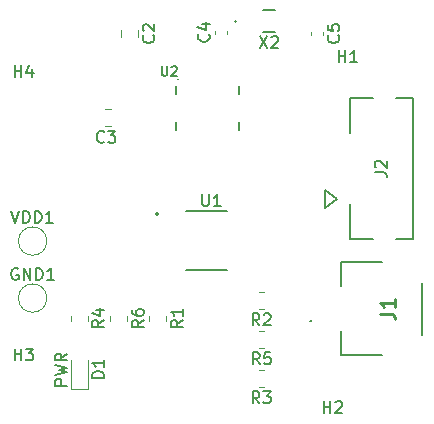
<source format=gto>
G04 #@! TF.GenerationSoftware,KiCad,Pcbnew,8.0.0*
G04 #@! TF.CreationDate,2024-03-04T18:11:22-06:00*
G04 #@! TF.ProjectId,InertialMeasurementUnitBoard,496e6572-7469-4616-9c4d-656173757265,rev?*
G04 #@! TF.SameCoordinates,Original*
G04 #@! TF.FileFunction,Legend,Top*
G04 #@! TF.FilePolarity,Positive*
%FSLAX46Y46*%
G04 Gerber Fmt 4.6, Leading zero omitted, Abs format (unit mm)*
G04 Created by KiCad (PCBNEW 8.0.0) date 2024-03-04 18:11:22*
%MOMM*%
%LPD*%
G01*
G04 APERTURE LIST*
%ADD10C,0.150000*%
%ADD11C,0.254000*%
%ADD12C,0.152400*%
%ADD13C,0.120000*%
%ADD14C,0.127000*%
%ADD15C,0.200000*%
%ADD16C,0.100000*%
G04 APERTURE END LIST*
D10*
X104009819Y-110915220D02*
X103009819Y-110915220D01*
X103009819Y-110915220D02*
X103009819Y-110534268D01*
X103009819Y-110534268D02*
X103057438Y-110439030D01*
X103057438Y-110439030D02*
X103105057Y-110391411D01*
X103105057Y-110391411D02*
X103200295Y-110343792D01*
X103200295Y-110343792D02*
X103343152Y-110343792D01*
X103343152Y-110343792D02*
X103438390Y-110391411D01*
X103438390Y-110391411D02*
X103486009Y-110439030D01*
X103486009Y-110439030D02*
X103533628Y-110534268D01*
X103533628Y-110534268D02*
X103533628Y-110915220D01*
X103009819Y-110010458D02*
X104009819Y-109772363D01*
X104009819Y-109772363D02*
X103295533Y-109581887D01*
X103295533Y-109581887D02*
X104009819Y-109391411D01*
X104009819Y-109391411D02*
X103009819Y-109153316D01*
X104009819Y-108200935D02*
X103533628Y-108534268D01*
X104009819Y-108772363D02*
X103009819Y-108772363D01*
X103009819Y-108772363D02*
X103009819Y-108391411D01*
X103009819Y-108391411D02*
X103057438Y-108296173D01*
X103057438Y-108296173D02*
X103105057Y-108248554D01*
X103105057Y-108248554D02*
X103200295Y-108200935D01*
X103200295Y-108200935D02*
X103343152Y-108200935D01*
X103343152Y-108200935D02*
X103438390Y-108248554D01*
X103438390Y-108248554D02*
X103486009Y-108296173D01*
X103486009Y-108296173D02*
X103533628Y-108391411D01*
X103533628Y-108391411D02*
X103533628Y-108772363D01*
X120305376Y-81311319D02*
X120972042Y-82311319D01*
X120972042Y-81311319D02*
X120305376Y-82311319D01*
X121305376Y-81406557D02*
X121352995Y-81358938D01*
X121352995Y-81358938D02*
X121448233Y-81311319D01*
X121448233Y-81311319D02*
X121686328Y-81311319D01*
X121686328Y-81311319D02*
X121781566Y-81358938D01*
X121781566Y-81358938D02*
X121829185Y-81406557D01*
X121829185Y-81406557D02*
X121876804Y-81501795D01*
X121876804Y-81501795D02*
X121876804Y-81597033D01*
X121876804Y-81597033D02*
X121829185Y-81739890D01*
X121829185Y-81739890D02*
X121257757Y-82311319D01*
X121257757Y-82311319D02*
X121876804Y-82311319D01*
X107134819Y-105375166D02*
X106658628Y-105708499D01*
X107134819Y-105946594D02*
X106134819Y-105946594D01*
X106134819Y-105946594D02*
X106134819Y-105565642D01*
X106134819Y-105565642D02*
X106182438Y-105470404D01*
X106182438Y-105470404D02*
X106230057Y-105422785D01*
X106230057Y-105422785D02*
X106325295Y-105375166D01*
X106325295Y-105375166D02*
X106468152Y-105375166D01*
X106468152Y-105375166D02*
X106563390Y-105422785D01*
X106563390Y-105422785D02*
X106611009Y-105470404D01*
X106611009Y-105470404D02*
X106658628Y-105565642D01*
X106658628Y-105565642D02*
X106658628Y-105946594D01*
X106468152Y-104518023D02*
X107134819Y-104518023D01*
X106087200Y-104756118D02*
X106801485Y-104994213D01*
X106801485Y-104994213D02*
X106801485Y-104375166D01*
X115443095Y-94704819D02*
X115443095Y-95514342D01*
X115443095Y-95514342D02*
X115490714Y-95609580D01*
X115490714Y-95609580D02*
X115538333Y-95657200D01*
X115538333Y-95657200D02*
X115633571Y-95704819D01*
X115633571Y-95704819D02*
X115824047Y-95704819D01*
X115824047Y-95704819D02*
X115919285Y-95657200D01*
X115919285Y-95657200D02*
X115966904Y-95609580D01*
X115966904Y-95609580D02*
X116014523Y-95514342D01*
X116014523Y-95514342D02*
X116014523Y-94704819D01*
X117014523Y-95704819D02*
X116443095Y-95704819D01*
X116728809Y-95704819D02*
X116728809Y-94704819D01*
X116728809Y-94704819D02*
X116633571Y-94847676D01*
X116633571Y-94847676D02*
X116538333Y-94942914D01*
X116538333Y-94942914D02*
X116443095Y-94990533D01*
X99853904Y-101009438D02*
X99758666Y-100961819D01*
X99758666Y-100961819D02*
X99615809Y-100961819D01*
X99615809Y-100961819D02*
X99472952Y-101009438D01*
X99472952Y-101009438D02*
X99377714Y-101104676D01*
X99377714Y-101104676D02*
X99330095Y-101199914D01*
X99330095Y-101199914D02*
X99282476Y-101390390D01*
X99282476Y-101390390D02*
X99282476Y-101533247D01*
X99282476Y-101533247D02*
X99330095Y-101723723D01*
X99330095Y-101723723D02*
X99377714Y-101818961D01*
X99377714Y-101818961D02*
X99472952Y-101914200D01*
X99472952Y-101914200D02*
X99615809Y-101961819D01*
X99615809Y-101961819D02*
X99711047Y-101961819D01*
X99711047Y-101961819D02*
X99853904Y-101914200D01*
X99853904Y-101914200D02*
X99901523Y-101866580D01*
X99901523Y-101866580D02*
X99901523Y-101533247D01*
X99901523Y-101533247D02*
X99711047Y-101533247D01*
X100330095Y-101961819D02*
X100330095Y-100961819D01*
X100330095Y-100961819D02*
X100901523Y-101961819D01*
X100901523Y-101961819D02*
X100901523Y-100961819D01*
X101377714Y-101961819D02*
X101377714Y-100961819D01*
X101377714Y-100961819D02*
X101615809Y-100961819D01*
X101615809Y-100961819D02*
X101758666Y-101009438D01*
X101758666Y-101009438D02*
X101853904Y-101104676D01*
X101853904Y-101104676D02*
X101901523Y-101199914D01*
X101901523Y-101199914D02*
X101949142Y-101390390D01*
X101949142Y-101390390D02*
X101949142Y-101533247D01*
X101949142Y-101533247D02*
X101901523Y-101723723D01*
X101901523Y-101723723D02*
X101853904Y-101818961D01*
X101853904Y-101818961D02*
X101758666Y-101914200D01*
X101758666Y-101914200D02*
X101615809Y-101961819D01*
X101615809Y-101961819D02*
X101377714Y-101961819D01*
X102901523Y-101961819D02*
X102330095Y-101961819D01*
X102615809Y-101961819D02*
X102615809Y-100961819D01*
X102615809Y-100961819D02*
X102520571Y-101104676D01*
X102520571Y-101104676D02*
X102425333Y-101199914D01*
X102425333Y-101199914D02*
X102330095Y-101247533D01*
X99568095Y-84782819D02*
X99568095Y-83782819D01*
X99568095Y-84259009D02*
X100139523Y-84259009D01*
X100139523Y-84782819D02*
X100139523Y-83782819D01*
X101044285Y-84116152D02*
X101044285Y-84782819D01*
X100806190Y-83735200D02*
X100568095Y-84449485D01*
X100568095Y-84449485D02*
X101187142Y-84449485D01*
X112039400Y-83890242D02*
X112039400Y-84537942D01*
X112039400Y-84537942D02*
X112077500Y-84614142D01*
X112077500Y-84614142D02*
X112115600Y-84652242D01*
X112115600Y-84652242D02*
X112191800Y-84690342D01*
X112191800Y-84690342D02*
X112344200Y-84690342D01*
X112344200Y-84690342D02*
X112420400Y-84652242D01*
X112420400Y-84652242D02*
X112458500Y-84614142D01*
X112458500Y-84614142D02*
X112496600Y-84537942D01*
X112496600Y-84537942D02*
X112496600Y-83890242D01*
X112839500Y-83966442D02*
X112877600Y-83928342D01*
X112877600Y-83928342D02*
X112953800Y-83890242D01*
X112953800Y-83890242D02*
X113144300Y-83890242D01*
X113144300Y-83890242D02*
X113220500Y-83928342D01*
X113220500Y-83928342D02*
X113258600Y-83966442D01*
X113258600Y-83966442D02*
X113296700Y-84042642D01*
X113296700Y-84042642D02*
X113296700Y-84118842D01*
X113296700Y-84118842D02*
X113258600Y-84233142D01*
X113258600Y-84233142D02*
X112801400Y-84690342D01*
X112801400Y-84690342D02*
X113296700Y-84690342D01*
X99282476Y-96135819D02*
X99615809Y-97135819D01*
X99615809Y-97135819D02*
X99949142Y-96135819D01*
X100282476Y-97135819D02*
X100282476Y-96135819D01*
X100282476Y-96135819D02*
X100520571Y-96135819D01*
X100520571Y-96135819D02*
X100663428Y-96183438D01*
X100663428Y-96183438D02*
X100758666Y-96278676D01*
X100758666Y-96278676D02*
X100806285Y-96373914D01*
X100806285Y-96373914D02*
X100853904Y-96564390D01*
X100853904Y-96564390D02*
X100853904Y-96707247D01*
X100853904Y-96707247D02*
X100806285Y-96897723D01*
X100806285Y-96897723D02*
X100758666Y-96992961D01*
X100758666Y-96992961D02*
X100663428Y-97088200D01*
X100663428Y-97088200D02*
X100520571Y-97135819D01*
X100520571Y-97135819D02*
X100282476Y-97135819D01*
X101282476Y-97135819D02*
X101282476Y-96135819D01*
X101282476Y-96135819D02*
X101520571Y-96135819D01*
X101520571Y-96135819D02*
X101663428Y-96183438D01*
X101663428Y-96183438D02*
X101758666Y-96278676D01*
X101758666Y-96278676D02*
X101806285Y-96373914D01*
X101806285Y-96373914D02*
X101853904Y-96564390D01*
X101853904Y-96564390D02*
X101853904Y-96707247D01*
X101853904Y-96707247D02*
X101806285Y-96897723D01*
X101806285Y-96897723D02*
X101758666Y-96992961D01*
X101758666Y-96992961D02*
X101663428Y-97088200D01*
X101663428Y-97088200D02*
X101520571Y-97135819D01*
X101520571Y-97135819D02*
X101282476Y-97135819D01*
X102806285Y-97135819D02*
X102234857Y-97135819D01*
X102520571Y-97135819D02*
X102520571Y-96135819D01*
X102520571Y-96135819D02*
X102425333Y-96278676D01*
X102425333Y-96278676D02*
X102330095Y-96373914D01*
X102330095Y-96373914D02*
X102234857Y-96421533D01*
X111318080Y-81261166D02*
X111365700Y-81308785D01*
X111365700Y-81308785D02*
X111413319Y-81451642D01*
X111413319Y-81451642D02*
X111413319Y-81546880D01*
X111413319Y-81546880D02*
X111365700Y-81689737D01*
X111365700Y-81689737D02*
X111270461Y-81784975D01*
X111270461Y-81784975D02*
X111175223Y-81832594D01*
X111175223Y-81832594D02*
X110984747Y-81880213D01*
X110984747Y-81880213D02*
X110841890Y-81880213D01*
X110841890Y-81880213D02*
X110651414Y-81832594D01*
X110651414Y-81832594D02*
X110556176Y-81784975D01*
X110556176Y-81784975D02*
X110460938Y-81689737D01*
X110460938Y-81689737D02*
X110413319Y-81546880D01*
X110413319Y-81546880D02*
X110413319Y-81451642D01*
X110413319Y-81451642D02*
X110460938Y-81308785D01*
X110460938Y-81308785D02*
X110508557Y-81261166D01*
X110508557Y-80880213D02*
X110460938Y-80832594D01*
X110460938Y-80832594D02*
X110413319Y-80737356D01*
X110413319Y-80737356D02*
X110413319Y-80499261D01*
X110413319Y-80499261D02*
X110460938Y-80404023D01*
X110460938Y-80404023D02*
X110508557Y-80356404D01*
X110508557Y-80356404D02*
X110603795Y-80308785D01*
X110603795Y-80308785D02*
X110699033Y-80308785D01*
X110699033Y-80308785D02*
X110841890Y-80356404D01*
X110841890Y-80356404D02*
X111413319Y-80927832D01*
X111413319Y-80927832D02*
X111413319Y-80308785D01*
X120303833Y-109107319D02*
X119970500Y-108631128D01*
X119732405Y-109107319D02*
X119732405Y-108107319D01*
X119732405Y-108107319D02*
X120113357Y-108107319D01*
X120113357Y-108107319D02*
X120208595Y-108154938D01*
X120208595Y-108154938D02*
X120256214Y-108202557D01*
X120256214Y-108202557D02*
X120303833Y-108297795D01*
X120303833Y-108297795D02*
X120303833Y-108440652D01*
X120303833Y-108440652D02*
X120256214Y-108535890D01*
X120256214Y-108535890D02*
X120208595Y-108583509D01*
X120208595Y-108583509D02*
X120113357Y-108631128D01*
X120113357Y-108631128D02*
X119732405Y-108631128D01*
X121208595Y-108107319D02*
X120732405Y-108107319D01*
X120732405Y-108107319D02*
X120684786Y-108583509D01*
X120684786Y-108583509D02*
X120732405Y-108535890D01*
X120732405Y-108535890D02*
X120827643Y-108488271D01*
X120827643Y-108488271D02*
X121065738Y-108488271D01*
X121065738Y-108488271D02*
X121160976Y-108535890D01*
X121160976Y-108535890D02*
X121208595Y-108583509D01*
X121208595Y-108583509D02*
X121256214Y-108678747D01*
X121256214Y-108678747D02*
X121256214Y-108916842D01*
X121256214Y-108916842D02*
X121208595Y-109012080D01*
X121208595Y-109012080D02*
X121160976Y-109059700D01*
X121160976Y-109059700D02*
X121065738Y-109107319D01*
X121065738Y-109107319D02*
X120827643Y-109107319D01*
X120827643Y-109107319D02*
X120732405Y-109059700D01*
X120732405Y-109059700D02*
X120684786Y-109012080D01*
X110494319Y-105375166D02*
X110018128Y-105708499D01*
X110494319Y-105946594D02*
X109494319Y-105946594D01*
X109494319Y-105946594D02*
X109494319Y-105565642D01*
X109494319Y-105565642D02*
X109541938Y-105470404D01*
X109541938Y-105470404D02*
X109589557Y-105422785D01*
X109589557Y-105422785D02*
X109684795Y-105375166D01*
X109684795Y-105375166D02*
X109827652Y-105375166D01*
X109827652Y-105375166D02*
X109922890Y-105422785D01*
X109922890Y-105422785D02*
X109970509Y-105470404D01*
X109970509Y-105470404D02*
X110018128Y-105565642D01*
X110018128Y-105565642D02*
X110018128Y-105946594D01*
X109494319Y-104518023D02*
X109494319Y-104708499D01*
X109494319Y-104708499D02*
X109541938Y-104803737D01*
X109541938Y-104803737D02*
X109589557Y-104851356D01*
X109589557Y-104851356D02*
X109732414Y-104946594D01*
X109732414Y-104946594D02*
X109922890Y-104994213D01*
X109922890Y-104994213D02*
X110303842Y-104994213D01*
X110303842Y-104994213D02*
X110399080Y-104946594D01*
X110399080Y-104946594D02*
X110446700Y-104898975D01*
X110446700Y-104898975D02*
X110494319Y-104803737D01*
X110494319Y-104803737D02*
X110494319Y-104613261D01*
X110494319Y-104613261D02*
X110446700Y-104518023D01*
X110446700Y-104518023D02*
X110399080Y-104470404D01*
X110399080Y-104470404D02*
X110303842Y-104422785D01*
X110303842Y-104422785D02*
X110065747Y-104422785D01*
X110065747Y-104422785D02*
X109970509Y-104470404D01*
X109970509Y-104470404D02*
X109922890Y-104518023D01*
X109922890Y-104518023D02*
X109875271Y-104613261D01*
X109875271Y-104613261D02*
X109875271Y-104803737D01*
X109875271Y-104803737D02*
X109922890Y-104898975D01*
X109922890Y-104898975D02*
X109970509Y-104946594D01*
X109970509Y-104946594D02*
X110065747Y-104994213D01*
X107148333Y-90246080D02*
X107100714Y-90293700D01*
X107100714Y-90293700D02*
X106957857Y-90341319D01*
X106957857Y-90341319D02*
X106862619Y-90341319D01*
X106862619Y-90341319D02*
X106719762Y-90293700D01*
X106719762Y-90293700D02*
X106624524Y-90198461D01*
X106624524Y-90198461D02*
X106576905Y-90103223D01*
X106576905Y-90103223D02*
X106529286Y-89912747D01*
X106529286Y-89912747D02*
X106529286Y-89769890D01*
X106529286Y-89769890D02*
X106576905Y-89579414D01*
X106576905Y-89579414D02*
X106624524Y-89484176D01*
X106624524Y-89484176D02*
X106719762Y-89388938D01*
X106719762Y-89388938D02*
X106862619Y-89341319D01*
X106862619Y-89341319D02*
X106957857Y-89341319D01*
X106957857Y-89341319D02*
X107100714Y-89388938D01*
X107100714Y-89388938D02*
X107148333Y-89436557D01*
X107481667Y-89341319D02*
X108100714Y-89341319D01*
X108100714Y-89341319D02*
X107767381Y-89722271D01*
X107767381Y-89722271D02*
X107910238Y-89722271D01*
X107910238Y-89722271D02*
X108005476Y-89769890D01*
X108005476Y-89769890D02*
X108053095Y-89817509D01*
X108053095Y-89817509D02*
X108100714Y-89912747D01*
X108100714Y-89912747D02*
X108100714Y-90150842D01*
X108100714Y-90150842D02*
X108053095Y-90246080D01*
X108053095Y-90246080D02*
X108005476Y-90293700D01*
X108005476Y-90293700D02*
X107910238Y-90341319D01*
X107910238Y-90341319D02*
X107624524Y-90341319D01*
X107624524Y-90341319D02*
X107529286Y-90293700D01*
X107529286Y-90293700D02*
X107481667Y-90246080D01*
D11*
X130495318Y-104817332D02*
X131402461Y-104817332D01*
X131402461Y-104817332D02*
X131583889Y-104877809D01*
X131583889Y-104877809D02*
X131704842Y-104998761D01*
X131704842Y-104998761D02*
X131765318Y-105180190D01*
X131765318Y-105180190D02*
X131765318Y-105301142D01*
X131765318Y-103547332D02*
X131765318Y-104273047D01*
X131765318Y-103910190D02*
X130495318Y-103910190D01*
X130495318Y-103910190D02*
X130676746Y-104031142D01*
X130676746Y-104031142D02*
X130797699Y-104152094D01*
X130797699Y-104152094D02*
X130858175Y-104273047D01*
D10*
X107134819Y-110264594D02*
X106134819Y-110264594D01*
X106134819Y-110264594D02*
X106134819Y-110026499D01*
X106134819Y-110026499D02*
X106182438Y-109883642D01*
X106182438Y-109883642D02*
X106277676Y-109788404D01*
X106277676Y-109788404D02*
X106372914Y-109740785D01*
X106372914Y-109740785D02*
X106563390Y-109693166D01*
X106563390Y-109693166D02*
X106706247Y-109693166D01*
X106706247Y-109693166D02*
X106896723Y-109740785D01*
X106896723Y-109740785D02*
X106991961Y-109788404D01*
X106991961Y-109788404D02*
X107087200Y-109883642D01*
X107087200Y-109883642D02*
X107134819Y-110026499D01*
X107134819Y-110026499D02*
X107134819Y-110264594D01*
X107134819Y-108740785D02*
X107134819Y-109312213D01*
X107134819Y-109026499D02*
X106134819Y-109026499D01*
X106134819Y-109026499D02*
X106277676Y-109121737D01*
X106277676Y-109121737D02*
X106372914Y-109216975D01*
X106372914Y-109216975D02*
X106420533Y-109312213D01*
X126968480Y-81261166D02*
X127016100Y-81308785D01*
X127016100Y-81308785D02*
X127063719Y-81451642D01*
X127063719Y-81451642D02*
X127063719Y-81546880D01*
X127063719Y-81546880D02*
X127016100Y-81689737D01*
X127016100Y-81689737D02*
X126920861Y-81784975D01*
X126920861Y-81784975D02*
X126825623Y-81832594D01*
X126825623Y-81832594D02*
X126635147Y-81880213D01*
X126635147Y-81880213D02*
X126492290Y-81880213D01*
X126492290Y-81880213D02*
X126301814Y-81832594D01*
X126301814Y-81832594D02*
X126206576Y-81784975D01*
X126206576Y-81784975D02*
X126111338Y-81689737D01*
X126111338Y-81689737D02*
X126063719Y-81546880D01*
X126063719Y-81546880D02*
X126063719Y-81451642D01*
X126063719Y-81451642D02*
X126111338Y-81308785D01*
X126111338Y-81308785D02*
X126158957Y-81261166D01*
X126063719Y-80356404D02*
X126063719Y-80832594D01*
X126063719Y-80832594D02*
X126539909Y-80880213D01*
X126539909Y-80880213D02*
X126492290Y-80832594D01*
X126492290Y-80832594D02*
X126444671Y-80737356D01*
X126444671Y-80737356D02*
X126444671Y-80499261D01*
X126444671Y-80499261D02*
X126492290Y-80404023D01*
X126492290Y-80404023D02*
X126539909Y-80356404D01*
X126539909Y-80356404D02*
X126635147Y-80308785D01*
X126635147Y-80308785D02*
X126873242Y-80308785D01*
X126873242Y-80308785D02*
X126968480Y-80356404D01*
X126968480Y-80356404D02*
X127016100Y-80404023D01*
X127016100Y-80404023D02*
X127063719Y-80499261D01*
X127063719Y-80499261D02*
X127063719Y-80737356D01*
X127063719Y-80737356D02*
X127016100Y-80832594D01*
X127016100Y-80832594D02*
X126968480Y-80880213D01*
X127000095Y-83512819D02*
X127000095Y-82512819D01*
X127000095Y-82989009D02*
X127571523Y-82989009D01*
X127571523Y-83512819D02*
X127571523Y-82512819D01*
X128571523Y-83512819D02*
X128000095Y-83512819D01*
X128285809Y-83512819D02*
X128285809Y-82512819D01*
X128285809Y-82512819D02*
X128190571Y-82655676D01*
X128190571Y-82655676D02*
X128095333Y-82750914D01*
X128095333Y-82750914D02*
X128000095Y-82798533D01*
X120287833Y-112409319D02*
X119954500Y-111933128D01*
X119716405Y-112409319D02*
X119716405Y-111409319D01*
X119716405Y-111409319D02*
X120097357Y-111409319D01*
X120097357Y-111409319D02*
X120192595Y-111456938D01*
X120192595Y-111456938D02*
X120240214Y-111504557D01*
X120240214Y-111504557D02*
X120287833Y-111599795D01*
X120287833Y-111599795D02*
X120287833Y-111742652D01*
X120287833Y-111742652D02*
X120240214Y-111837890D01*
X120240214Y-111837890D02*
X120192595Y-111885509D01*
X120192595Y-111885509D02*
X120097357Y-111933128D01*
X120097357Y-111933128D02*
X119716405Y-111933128D01*
X120621167Y-111409319D02*
X121240214Y-111409319D01*
X121240214Y-111409319D02*
X120906881Y-111790271D01*
X120906881Y-111790271D02*
X121049738Y-111790271D01*
X121049738Y-111790271D02*
X121144976Y-111837890D01*
X121144976Y-111837890D02*
X121192595Y-111885509D01*
X121192595Y-111885509D02*
X121240214Y-111980747D01*
X121240214Y-111980747D02*
X121240214Y-112218842D01*
X121240214Y-112218842D02*
X121192595Y-112314080D01*
X121192595Y-112314080D02*
X121144976Y-112361700D01*
X121144976Y-112361700D02*
X121049738Y-112409319D01*
X121049738Y-112409319D02*
X120764024Y-112409319D01*
X120764024Y-112409319D02*
X120668786Y-112361700D01*
X120668786Y-112361700D02*
X120621167Y-112314080D01*
X125730095Y-113230819D02*
X125730095Y-112230819D01*
X125730095Y-112707009D02*
X126301523Y-112707009D01*
X126301523Y-113230819D02*
X126301523Y-112230819D01*
X126730095Y-112326057D02*
X126777714Y-112278438D01*
X126777714Y-112278438D02*
X126872952Y-112230819D01*
X126872952Y-112230819D02*
X127111047Y-112230819D01*
X127111047Y-112230819D02*
X127206285Y-112278438D01*
X127206285Y-112278438D02*
X127253904Y-112326057D01*
X127253904Y-112326057D02*
X127301523Y-112421295D01*
X127301523Y-112421295D02*
X127301523Y-112516533D01*
X127301523Y-112516533D02*
X127253904Y-112659390D01*
X127253904Y-112659390D02*
X126682476Y-113230819D01*
X126682476Y-113230819D02*
X127301523Y-113230819D01*
X130069319Y-92857833D02*
X130783604Y-92857833D01*
X130783604Y-92857833D02*
X130926461Y-92905452D01*
X130926461Y-92905452D02*
X131021700Y-93000690D01*
X131021700Y-93000690D02*
X131069319Y-93143547D01*
X131069319Y-93143547D02*
X131069319Y-93238785D01*
X130164557Y-92429261D02*
X130116938Y-92381642D01*
X130116938Y-92381642D02*
X130069319Y-92286404D01*
X130069319Y-92286404D02*
X130069319Y-92048309D01*
X130069319Y-92048309D02*
X130116938Y-91953071D01*
X130116938Y-91953071D02*
X130164557Y-91905452D01*
X130164557Y-91905452D02*
X130259795Y-91857833D01*
X130259795Y-91857833D02*
X130355033Y-91857833D01*
X130355033Y-91857833D02*
X130497890Y-91905452D01*
X130497890Y-91905452D02*
X131069319Y-92476880D01*
X131069319Y-92476880D02*
X131069319Y-91857833D01*
X120287833Y-105805319D02*
X119954500Y-105329128D01*
X119716405Y-105805319D02*
X119716405Y-104805319D01*
X119716405Y-104805319D02*
X120097357Y-104805319D01*
X120097357Y-104805319D02*
X120192595Y-104852938D01*
X120192595Y-104852938D02*
X120240214Y-104900557D01*
X120240214Y-104900557D02*
X120287833Y-104995795D01*
X120287833Y-104995795D02*
X120287833Y-105138652D01*
X120287833Y-105138652D02*
X120240214Y-105233890D01*
X120240214Y-105233890D02*
X120192595Y-105281509D01*
X120192595Y-105281509D02*
X120097357Y-105329128D01*
X120097357Y-105329128D02*
X119716405Y-105329128D01*
X120668786Y-104900557D02*
X120716405Y-104852938D01*
X120716405Y-104852938D02*
X120811643Y-104805319D01*
X120811643Y-104805319D02*
X121049738Y-104805319D01*
X121049738Y-104805319D02*
X121144976Y-104852938D01*
X121144976Y-104852938D02*
X121192595Y-104900557D01*
X121192595Y-104900557D02*
X121240214Y-104995795D01*
X121240214Y-104995795D02*
X121240214Y-105091033D01*
X121240214Y-105091033D02*
X121192595Y-105233890D01*
X121192595Y-105233890D02*
X120621167Y-105805319D01*
X120621167Y-105805319D02*
X121240214Y-105805319D01*
X99568095Y-108785819D02*
X99568095Y-107785819D01*
X99568095Y-108262009D02*
X100139523Y-108262009D01*
X100139523Y-108785819D02*
X100139523Y-107785819D01*
X100520476Y-107785819D02*
X101139523Y-107785819D01*
X101139523Y-107785819D02*
X100806190Y-108166771D01*
X100806190Y-108166771D02*
X100949047Y-108166771D01*
X100949047Y-108166771D02*
X101044285Y-108214390D01*
X101044285Y-108214390D02*
X101091904Y-108262009D01*
X101091904Y-108262009D02*
X101139523Y-108357247D01*
X101139523Y-108357247D02*
X101139523Y-108595342D01*
X101139523Y-108595342D02*
X101091904Y-108690580D01*
X101091904Y-108690580D02*
X101044285Y-108738200D01*
X101044285Y-108738200D02*
X100949047Y-108785819D01*
X100949047Y-108785819D02*
X100663333Y-108785819D01*
X100663333Y-108785819D02*
X100568095Y-108738200D01*
X100568095Y-108738200D02*
X100520476Y-108690580D01*
X113796319Y-105375166D02*
X113320128Y-105708499D01*
X113796319Y-105946594D02*
X112796319Y-105946594D01*
X112796319Y-105946594D02*
X112796319Y-105565642D01*
X112796319Y-105565642D02*
X112843938Y-105470404D01*
X112843938Y-105470404D02*
X112891557Y-105422785D01*
X112891557Y-105422785D02*
X112986795Y-105375166D01*
X112986795Y-105375166D02*
X113129652Y-105375166D01*
X113129652Y-105375166D02*
X113224890Y-105422785D01*
X113224890Y-105422785D02*
X113272509Y-105470404D01*
X113272509Y-105470404D02*
X113320128Y-105565642D01*
X113320128Y-105565642D02*
X113320128Y-105946594D01*
X113796319Y-104422785D02*
X113796319Y-104994213D01*
X113796319Y-104708499D02*
X112796319Y-104708499D01*
X112796319Y-104708499D02*
X112939176Y-104803737D01*
X112939176Y-104803737D02*
X113034414Y-104898975D01*
X113034414Y-104898975D02*
X113082033Y-104994213D01*
X115988080Y-81160666D02*
X116035700Y-81208285D01*
X116035700Y-81208285D02*
X116083319Y-81351142D01*
X116083319Y-81351142D02*
X116083319Y-81446380D01*
X116083319Y-81446380D02*
X116035700Y-81589237D01*
X116035700Y-81589237D02*
X115940461Y-81684475D01*
X115940461Y-81684475D02*
X115845223Y-81732094D01*
X115845223Y-81732094D02*
X115654747Y-81779713D01*
X115654747Y-81779713D02*
X115511890Y-81779713D01*
X115511890Y-81779713D02*
X115321414Y-81732094D01*
X115321414Y-81732094D02*
X115226176Y-81684475D01*
X115226176Y-81684475D02*
X115130938Y-81589237D01*
X115130938Y-81589237D02*
X115083319Y-81446380D01*
X115083319Y-81446380D02*
X115083319Y-81351142D01*
X115083319Y-81351142D02*
X115130938Y-81208285D01*
X115130938Y-81208285D02*
X115178557Y-81160666D01*
X115416652Y-80303523D02*
X116083319Y-80303523D01*
X115035700Y-80541618D02*
X115749985Y-80779713D01*
X115749985Y-80779713D02*
X115749985Y-80160666D01*
D12*
X120584250Y-81005600D02*
X121645550Y-81005600D01*
X121645550Y-79151400D02*
X120584250Y-79151400D01*
X118346300Y-80078500D02*
G75*
G02*
X118193900Y-80078500I-76200J0D01*
G01*
X118193900Y-80078500D02*
G75*
G02*
X118346300Y-80078500I76200J0D01*
G01*
D13*
X104352500Y-105435564D02*
X104352500Y-104981436D01*
X105822500Y-105435564D02*
X105822500Y-104981436D01*
D14*
X114041500Y-96161500D02*
X117571500Y-96161500D01*
X117571500Y-101161500D02*
X114041500Y-101161500D01*
D15*
X111716500Y-96386500D02*
G75*
G02*
X111516500Y-96386500I-100000J0D01*
G01*
X111516500Y-96386500D02*
G75*
G02*
X111716500Y-96386500I100000J0D01*
G01*
D13*
X102292000Y-103505000D02*
G75*
G02*
X99892000Y-103505000I-1200000J0D01*
G01*
X99892000Y-103505000D02*
G75*
G02*
X102292000Y-103505000I1200000J0D01*
G01*
D14*
X113230000Y-85506000D02*
X113230000Y-86217500D01*
X113230000Y-89306000D02*
X113230000Y-88594500D01*
X118607000Y-85506000D02*
X118607000Y-86217500D01*
X118607000Y-89306000D02*
X118607000Y-88594500D01*
D16*
X113468500Y-85006000D02*
G75*
G02*
X113368500Y-85006000I-50000J0D01*
G01*
X113368500Y-85006000D02*
G75*
G02*
X113468500Y-85006000I50000J0D01*
G01*
D13*
X102292000Y-98679000D02*
G75*
G02*
X99892000Y-98679000I-1200000J0D01*
G01*
X99892000Y-98679000D02*
G75*
G02*
X102292000Y-98679000I1200000J0D01*
G01*
X108543500Y-80833248D02*
X108543500Y-81355752D01*
X110013500Y-80833248D02*
X110013500Y-81355752D01*
X120697564Y-106267500D02*
X120243436Y-106267500D01*
X120697564Y-107737500D02*
X120243436Y-107737500D01*
X107654500Y-104981436D02*
X107654500Y-105435564D01*
X109124500Y-104981436D02*
X109124500Y-105435564D01*
X107761752Y-87471500D02*
X107239248Y-87471500D01*
X107761752Y-88941500D02*
X107239248Y-88941500D01*
D15*
X127234000Y-100454000D02*
X127234000Y-102504000D01*
X127234000Y-100454000D02*
X130659000Y-100454000D01*
X127234000Y-108354000D02*
X127234000Y-106304000D01*
X127234000Y-108354000D02*
X130659000Y-108354000D01*
X134083000Y-106600000D02*
X134083000Y-102208000D01*
X124704000Y-105473000D02*
G75*
G02*
X124600000Y-105473000I-52000J0D01*
G01*
X124600000Y-105473000D02*
G75*
G02*
X124704000Y-105473000I52000J0D01*
G01*
D13*
X104352500Y-108726500D02*
X104352500Y-111186500D01*
X104352500Y-111186500D02*
X105822500Y-111186500D01*
X105822500Y-111186500D02*
X105822500Y-108726500D01*
X124668900Y-80948233D02*
X124668900Y-81240767D01*
X125688900Y-80948233D02*
X125688900Y-81240767D01*
X120681564Y-109569500D02*
X120227436Y-109569500D01*
X120681564Y-111039500D02*
X120227436Y-111039500D01*
D12*
X125878500Y-94333488D02*
X126894500Y-95095488D01*
X125878500Y-95857488D02*
X125878500Y-94333488D01*
X125878500Y-95857488D02*
X126894500Y-95095488D01*
X127964500Y-86524512D02*
X127964500Y-89504460D01*
X127964500Y-95544540D02*
X127964500Y-98524488D01*
X127964500Y-98524488D02*
X129894460Y-98524488D01*
X129894460Y-86524512D02*
X127964500Y-86524512D01*
X131834539Y-98524488D02*
X133264500Y-98524488D01*
X133264500Y-86524512D02*
X131834539Y-86524512D01*
X133264500Y-98524488D02*
X133264500Y-86524512D01*
D13*
X120681564Y-102965500D02*
X120227436Y-102965500D01*
X120681564Y-104435500D02*
X120227436Y-104435500D01*
X110956500Y-104981436D02*
X110956500Y-105435564D01*
X112426500Y-104981436D02*
X112426500Y-105435564D01*
X116540900Y-80847733D02*
X116540900Y-81140267D01*
X117560900Y-80847733D02*
X117560900Y-81140267D01*
M02*

</source>
